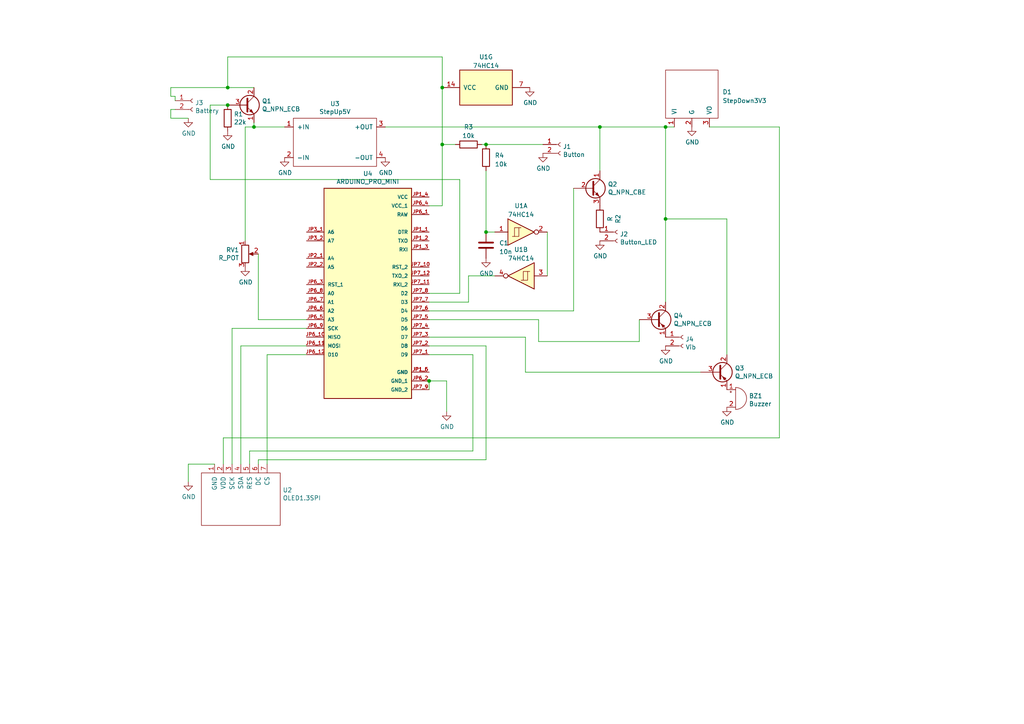
<source format=kicad_sch>
(kicad_sch (version 20230121) (generator eeschema)
  (paper "A4")
  (lib_symbols
    (symbol "74xx:74HC14" (pin_names (offset 1.016))
      (property "Reference" "U" (at 0 1.27 0))
      (property "Value" "74HC14" (at 0 -1.27 0))
      (symbol "74HC14_1_0"
        (polyline (pts (xy -3.81 3.81) (xy -3.81 -3.81) (xy 3.81 0) (xy -3.81 3.81)) (stroke (width 0.254)) (fill (type background)))
        (pin input line (at -7.62 0 0) (length 3.81) (name "~") (number "1"))
        (pin output inverted (at 7.62 0 180) (length 3.81) (name "~") (number "2"))
      )
      (symbol "74HC14_1_1"
        (polyline (pts (xy -1.905 -1.27) (xy -1.905 1.27) (xy -0.635 1.27)))
        (polyline (pts (xy -2.54 -1.27) (xy -0.635 -1.27) (xy -0.635 1.27) (xy 0 1.27)))
      )
      (symbol "74HC14_2_0"
        (polyline (pts (xy -3.81 3.81) (xy -3.81 -3.81) (xy 3.81 0) (xy -3.81 3.81)) (stroke (width 0.254)) (fill (type background)))
        (pin input line (at -7.62 0 0) (length 3.81) (name "~") (number "3"))
        (pin output inverted (at 7.62 0 180) (length 3.81) (name "~") (number "4"))
      )
      (symbol "74HC14_2_1"
        (polyline (pts (xy -1.905 -1.27) (xy -1.905 1.27) (xy -0.635 1.27)))
        (polyline (pts (xy -2.54 -1.27) (xy -0.635 -1.27) (xy -0.635 1.27) (xy 0 1.27)))
      )
      (symbol "74HC14_3_0"
        (polyline (pts (xy -3.81 3.81) (xy -3.81 -3.81) (xy 3.81 0) (xy -3.81 3.81)) (stroke (width 0.254)) (fill (type background)))
        (pin input line (at -7.62 0 0) (length 3.81) (name "~") (number "5"))
        (pin output inverted (at 7.62 0 180) (length 3.81) (name "~") (number "6"))
      )
      (symbol "74HC14_3_1"
        (polyline (pts (xy -1.905 -1.27) (xy -1.905 1.27) (xy -0.635 1.27)))
        (polyline (pts (xy -2.54 -1.27) (xy -0.635 -1.27) (xy -0.635 1.27) (xy 0 1.27)))
      )
      (symbol "74HC14_4_0"
        (polyline (pts (xy -3.81 3.81) (xy -3.81 -3.81) (xy 3.81 0) (xy -3.81 3.81)) (stroke (width 0.254)) (fill (type background)))
        (pin output inverted (at 7.62 0 180) (length 3.81) (name "~") (number "8"))
        (pin input line (at -7.62 0 0) (length 3.81) (name "~") (number "9"))
      )
      (symbol "74HC14_4_1"
        (polyline (pts (xy -1.905 -1.27) (xy -1.905 1.27) (xy -0.635 1.27)))
        (polyline (pts (xy -2.54 -1.27) (xy -0.635 -1.27) (xy -0.635 1.27) (xy 0 1.27)))
      )
      (symbol "74HC14_5_0"
        (polyline (pts (xy -3.81 3.81) (xy -3.81 -3.81) (xy 3.81 0) (xy -3.81 3.81)) (stroke (width 0.254)) (fill (type background)))
        (pin output inverted (at 7.62 0 180) (length 3.81) (name "~") (number "10"))
        (pin input line (at -7.62 0 0) (length 3.81) (name "~") (number "11"))
      )
      (symbol "74HC14_5_1"
        (polyline (pts (xy -1.905 -1.27) (xy -1.905 1.27) (xy -0.635 1.27)))
        (polyline (pts (xy -2.54 -1.27) (xy -0.635 -1.27) (xy -0.635 1.27) (xy 0 1.27)))
      )
      (symbol "74HC14_6_0"
        (polyline (pts (xy -3.81 3.81) (xy -3.81 -3.81) (xy 3.81 0) (xy -3.81 3.81)) (stroke (width 0.254)) (fill (type background)))
        (pin output inverted (at 7.62 0 180) (length 3.81) (name "~") (number "12"))
        (pin input line (at -7.62 0 0) (length 3.81) (name "~") (number "13"))
      )
      (symbol "74HC14_6_1"
        (polyline (pts (xy -1.905 -1.27) (xy -1.905 1.27) (xy -0.635 1.27)))
        (polyline (pts (xy -2.54 -1.27) (xy -0.635 -1.27) (xy -0.635 1.27) (xy 0 1.27)))
      )
      (symbol "74HC14_7_0"
        (pin power_in line (at 0 12.7 270) (length 5.08) (name "VCC") (number "14"))
        (pin power_in line (at 0 -12.7 90) (length 5.08) (name "GND") (number "7"))
      )
      (symbol "74HC14_7_1"
        (rectangle (start -5.08 7.62) (end 5.08 -7.62) (stroke (width 0.254)) (fill (type background)))
      )
    )
    (symbol "Connector:Conn_01x02_Socket" (pin_names (offset 1.016) hide)
      (property "Reference" "J" (at 0 2.54 0))
      (property "Value" "Conn_01x02_Socket" (at 0 -5.08 0))
      (symbol "Conn_01x02_Socket_1_1"
        (arc (start 0 -2.032) (mid -0.5058 -2.54) (end 0 -3.048) (stroke (width 0.1524)))
        (polyline (pts (xy -1.27 -2.54) (xy -0.508 -2.54)) (stroke (width 0.1524)))
        (polyline (pts (xy -1.27 0) (xy -0.508 0)) (stroke (width 0.1524)))
        (arc (start 0 0.508) (mid -0.5058 0) (end 0 -0.508) (stroke (width 0.1524)))
        (pin passive line (at -5.08 0 0) (length 3.81) (name "Pin_1") (number "1"))
        (pin passive line (at -5.08 -2.54 0) (length 3.81) (name "Pin_2") (number "2"))
      )
    )
    (symbol "Device:Buzzer" (pin_names (offset 0.0254) hide)
      (property "Reference" "BZ" (at 3.81 1.27 0))
      (property "Value" "Buzzer" (at 3.81 -1.27 0))
      (symbol "Buzzer_0_1"
        (arc (start 0 -3.175) (mid 3.1612 0) (end 0 3.175))
        (polyline (pts (xy -1.651 1.905) (xy -1.143 1.905)))
        (polyline (pts (xy -1.397 2.159) (xy -1.397 1.651)))
        (polyline (pts (xy 0 3.175) (xy 0 -3.175)))
      )
      (symbol "Buzzer_1_1"
        (pin passive line (at -2.54 2.54 0) (length 2.54) (name "-") (number "1"))
        (pin passive line (at -2.54 -2.54 0) (length 2.54) (name "+") (number "2"))
      )
    )
    (symbol "Device:C" (pin_numbers hide) (pin_names (offset 0.254))
      (property "Reference" "C" (at 0.635 2.54 0))
      (property "Value" "C" (at 0.635 -2.54 0))
      (symbol "C_0_1"
        (polyline (pts (xy -2.032 -0.762) (xy 2.032 -0.762)) (stroke (width 0.508)))
        (polyline (pts (xy -2.032 0.762) (xy 2.032 0.762)) (stroke (width 0.508)))
      )
      (symbol "C_1_1"
        (pin passive line (at 0 3.81 270) (length 2.794) (name "~") (number "1"))
        (pin passive line (at 0 -3.81 90) (length 2.794) (name "~") (number "2"))
      )
    )
    (symbol "Device:Q_NPN_CBE" (pin_names (offset 0) hide)
      (property "Reference" "Q" (at 5.08 1.27 0))
      (property "Value" "Q_NPN_CBE" (at 5.08 -1.27 0))
      (symbol "Q_NPN_CBE_0_1"
        (polyline (pts (xy 0.635 0.635) (xy 2.54 2.54)))
        (polyline (pts (xy 0.635 -0.635) (xy 2.54 -2.54) (xy 2.54 -2.54)))
        (polyline (pts (xy 0.635 1.905) (xy 0.635 -1.905) (xy 0.635 -1.905)) (stroke (width 0.508)))
        (polyline (pts (xy 1.27 -1.778) (xy 1.778 -1.27) (xy 2.286 -2.286) (xy 1.27 -1.778) (xy 1.27 -1.778)) (fill (type outline)))
        (circle (center 1.27 0) (radius 2.8194) (stroke (width 0.254)))
      )
      (symbol "Q_NPN_CBE_1_1"
        (pin passive line (at 2.54 5.08 270) (length 2.54) (name "C") (number "1"))
        (pin input line (at -5.08 0 0) (length 5.715) (name "B") (number "2"))
        (pin passive line (at 2.54 -5.08 90) (length 2.54) (name "E") (number "3"))
      )
    )
    (symbol "Device:Q_NPN_ECB" (pin_names (offset 0) hide)
      (property "Reference" "Q" (at 5.08 1.27 0))
      (property "Value" "Q_NPN_ECB" (at 5.08 -1.27 0))
      (symbol "Q_NPN_ECB_0_1"
        (polyline (pts (xy 0.635 0.635) (xy 2.54 2.54)))
        (polyline (pts (xy 0.635 -0.635) (xy 2.54 -2.54) (xy 2.54 -2.54)))
        (polyline (pts (xy 0.635 1.905) (xy 0.635 -1.905) (xy 0.635 -1.905)) (stroke (width 0.508)))
        (polyline (pts (xy 1.27 -1.778) (xy 1.778 -1.27) (xy 2.286 -2.286) (xy 1.27 -1.778) (xy 1.27 -1.778)) (fill (type outline)))
        (circle (center 1.27 0) (radius 2.8194) (stroke (width 0.254)))
      )
      (symbol "Q_NPN_ECB_1_1"
        (pin passive line (at 2.54 -5.08 90) (length 2.54) (name "E") (number "1"))
        (pin passive line (at 2.54 5.08 270) (length 2.54) (name "C") (number "2"))
        (pin passive line (at -5.08 0 0) (length 5.715) (name "B") (number "3"))
      )
    )
    (symbol "Device:Q_PNP_ECB" (pin_names (offset 0) hide)
      (property "Reference" "Q" (at 5.08 1.27 0))
      (property "Value" "Q_PNP_ECB" (at 5.08 -1.27 0))
      (symbol "Q_PNP_ECB_0_1"
        (polyline (pts (xy 0.635 0.635) (xy 2.54 2.54)))
        (polyline (pts (xy 0.635 -0.635) (xy 2.54 -2.54) (xy 2.54 -2.54)))
        (polyline (pts (xy 0.635 1.905) (xy 0.635 -1.905) (xy 0.635 -1.905)) (stroke (width 0.508)))
        (polyline (pts (xy 2.286 -1.778) (xy 1.778 -2.286) (xy 1.27 -1.27) (xy 2.286 -1.778) (xy 2.286 -1.778)) (fill (type outline)))
        (circle (center 1.27 0) (radius 2.8194) (stroke (width 0.254)))
      )
      (symbol "Q_PNP_ECB_1_1"
        (pin passive line (at 2.54 -5.08 90) (length 2.54) (name "E") (number "1"))
        (pin passive line (at 2.54 5.08 270) (length 2.54) (name "C") (number "2"))
        (pin input line (at -5.08 0 0) (length 5.715) (name "B") (number "3"))
      )
    )
    (symbol "Device:R" (pin_numbers hide) (pin_names (offset 0))
      (property "Reference" "R" (at 2.032 0 90))
      (property "Value" "R" (at 0 0 90))
      (symbol "R_0_1"
        (rectangle (start -1.016 -2.54) (end 1.016 2.54) (stroke (width 0.254)))
      )
      (symbol "R_1_1"
        (pin passive line (at 0 3.81 270) (length 1.27) (name "~") (number "1"))
        (pin passive line (at 0 -3.81 90) (length 1.27) (name "~") (number "2"))
      )
    )
    (symbol "Device:R_Potentiometer" (pin_names (offset 1.016) hide)
      (property "Reference" "RV" (at -4.445 0 90))
      (property "Value" "R_Potentiometer" (at -2.54 0 90))
      (symbol "R_Potentiometer_0_1"
        (polyline (pts (xy 2.54 0) (xy 1.524 0)))
        (polyline (pts (xy 1.143 0) (xy 2.286 0.508) (xy 2.286 -0.508) (xy 1.143 0)) (fill (type outline)))
        (rectangle (start 1.016 2.54) (end -1.016 -2.54) (stroke (width 0.254)))
      )
      (symbol "R_Potentiometer_1_1"
        (pin passive line (at 0 3.81 270) (length 1.27) (name "1") (number "1"))
        (pin passive line (at 3.81 0 180) (length 1.27) (name "2") (number "2"))
        (pin passive line (at 0 -3.81 90) (length 1.27) (name "3") (number "3"))
      )
    )
    (symbol "MY:OLED1.3SPI" (pin_names (offset 1.016))
      (property "Reference" "U" (at -3.81 0 0))
      (property "Value" "OLED1.3SPI" (at -3.81 3.81 0))
      (symbol "OLED1.3SPI_0_1"
        (rectangle (start -15.24 12.7) (end 7.62 -2.54))
      )
      (symbol "OLED1.3SPI_1_1"
        (pin passive line (at -11.43 15.24 270) (length 2.54) (name "GND") (number "1"))
        (pin power_in line (at -8.89 15.24 270) (length 2.54) (name "VDD") (number "2"))
        (pin input line (at -6.35 15.24 270) (length 2.54) (name "SCK") (number "3"))
        (pin input line (at -3.81 15.24 270) (length 2.54) (name "SDA") (number "4"))
        (pin input line (at -1.27 15.24 270) (length 2.54) (name "RES") (number "5"))
        (pin input line (at 1.27 15.24 270) (length 2.54) (name "DC") (number "6"))
        (pin input line (at 3.81 15.24 270) (length 2.54) (name "CS") (number "7"))
      )
    )
    (symbol "MY:StepDown3V3" (pin_names (offset 1.016))
      (property "Reference" "D" (at 0 0 0))
      (property "Value" "StepDown3V3" (at 0 -2.54 0))
      (symbol "StepDown3V3_0_1"
        (rectangle (start -7.62 3.81) (end 7.62 -10.16))
      )
      (symbol "StepDown3V3_1_1"
        (pin power_in line (at -5.08 -12.7 90) (length 2.54) (name "VI") (number "1"))
        (pin passive line (at 0 -12.7 90) (length 2.54) (name "G") (number "2"))
        (pin power_out line (at 5.08 -12.7 90) (length 2.54) (name "VO") (number "3"))
      )
    )
    (symbol "MY:StepUp5V" (pin_names (offset 1.016))
      (property "Reference" "U" (at 0 0 0))
      (property "Value" "StepUp5V" (at 0 2.54 0))
      (symbol "StepUp5V_0_1"
        (rectangle (start -11.43 7.62) (end 12.7 -6.35))
      )
      (symbol "StepUp5V_1_1"
        (pin power_in line (at -13.97 5.08 0) (length 2.54) (name "+IN") (number "1"))
        (pin power_in line (at -13.97 -3.81 0) (length 2.54) (name "-IN") (number "2"))
        (pin power_out line (at 15.24 5.08 180) (length 2.54) (name "+OUT") (number "3"))
        (pin power_out line (at 15.24 -3.81 180) (length 2.54) (name "-OUT") (number "4"))
      )
    )
    (symbol "OLEDBomb-rescue:ARDUINO_PRO_MINI-ARDUINO_PRO_MINI" (pin_names (offset 1.016))
      (property "Reference" "U" (at -12.7 31.75 0))
      (property "Value" "ARDUINO_PRO_MINI-ARDUINO_PRO_MINI" (at -12.7 -33.02 0))
      (symbol "ARDUINO_PRO_MINI-ARDUINO_PRO_MINI_0_0"
        (rectangle (start -12.7 -30.48) (end 12.7 30.48) (stroke (width 0.254)) (fill (type background)))
        (pin input line (at 17.78 17.78 180) (length 5.08) (name "DTR") (number "JP1_1"))
        (pin bidirectional line (at 17.78 15.24 180) (length 5.08) (name "TXO") (number "JP1_2"))
        (pin bidirectional line (at 17.78 12.7 180) (length 5.08) (name "RXI") (number "JP1_3"))
        (pin power_in line (at 17.78 27.94 180) (length 5.08) (name "VCC") (number "JP1_4"))
        (pin power_in line (at 17.78 -22.86 180) (length 5.08) (name "GND") (number "JP1_5"))
        (pin power_in line (at 17.78 -22.86 180) (length 5.08) (name "GND") (number "JP1_6"))
        (pin bidirectional line (at -17.78 10.16 0) (length 5.08) (name "A4") (number "JP2_1"))
        (pin bidirectional line (at -17.78 7.62 0) (length 5.08) (name "A5") (number "JP2_2"))
        (pin input line (at -17.78 17.78 0) (length 5.08) (name "A6") (number "JP3_1"))
        (pin input line (at -17.78 15.24 0) (length 5.08) (name "A7") (number "JP3_2"))
        (pin power_in line (at 17.78 22.86 180) (length 5.08) (name "RAW") (number "JP6_1"))
        (pin bidirectional line (at -17.78 -12.7 0) (length 5.08) (name "MISO") (number "JP6_10"))
        (pin bidirectional line (at -17.78 -15.24 0) (length 5.08) (name "MOSI") (number "JP6_11"))
        (pin bidirectional line (at -17.78 -17.78 0) (length 5.08) (name "D10") (number "JP6_12"))
        (pin power_in line (at 17.78 -25.4 180) (length 5.08) (name "GND_1") (number "JP6_2"))
        (pin input line (at -17.78 2.54 0) (length 5.08) (name "RST_1") (number "JP6_3"))
        (pin power_in line (at 17.78 25.4 180) (length 5.08) (name "VCC_1") (number "JP6_4"))
        (pin bidirectional line (at -17.78 -7.62 0) (length 5.08) (name "A3") (number "JP6_5"))
        (pin bidirectional line (at -17.78 -5.08 0) (length 5.08) (name "A2") (number "JP6_6"))
        (pin bidirectional line (at -17.78 -2.54 0) (length 5.08) (name "A1") (number "JP6_7"))
        (pin bidirectional line (at -17.78 0 0) (length 5.08) (name "A0") (number "JP6_8"))
        (pin bidirectional line (at -17.78 -10.16 0) (length 5.08) (name "SCK") (number "JP6_9"))
        (pin bidirectional line (at 17.78 -17.78 180) (length 5.08) (name "D9") (number "JP7_1"))
        (pin input line (at 17.78 7.62 180) (length 5.08) (name "RST_2") (number "JP7_10"))
        (pin bidirectional line (at 17.78 2.54 180) (length 5.08) (name "RXI_2") (number "JP7_11"))
        (pin bidirectional line (at 17.78 5.08 180) (length 5.08) (name "TXO_2") (number "JP7_12"))
        (pin bidirectional line (at 17.78 -15.24 180) (length 5.08) (name "D8") (number "JP7_2"))
        (pin bidirectional line (at 17.78 -12.7 180) (length 5.08) (name "D7") (number "JP7_3"))
        (pin bidirectional line (at 17.78 -10.16 180) (length 5.08) (name "D6") (number "JP7_4"))
        (pin bidirectional line (at 17.78 -7.62 180) (length 5.08) (name "D5") (number "JP7_5"))
        (pin bidirectional line (at 17.78 -5.08 180) (length 5.08) (name "D4") (number "JP7_6"))
        (pin bidirectional line (at 17.78 -2.54 180) (length 5.08) (name "D3") (number "JP7_7"))
        (pin bidirectional line (at 17.78 0 180) (length 5.08) (name "D2") (number "JP7_8"))
        (pin power_in line (at 17.78 -27.94 180) (length 5.08) (name "GND_2") (number "JP7_9"))
      )
    )
    (symbol "power:GND" (power) (pin_names (offset 0))
      (property "Value" "GND" (at 0 -3.81 0))
      (symbol "GND_0_1"
        (polyline (pts (xy 0 0) (xy 0 -1.27) (xy 1.27 -1.27) (xy 0 -2.54) (xy -1.27 -1.27) (xy 0 -1.27)))
      )
      (symbol "GND_1_1"
        (pin power_in line (at 0 0 270) (length 0) hide (name "GND") (number "1"))
      )
    )
  )
  (junction (at 128.27 25.4))
  (junction (at 66.04 30.48))
  (junction (at 140.97 41.91))
  (junction (at 66.04 25.4))
  (junction (at 173.99 36.83))
  (junction (at 124.46 110.49))
  (junction (at 73.66 36.83))
  (junction (at 193.04 63.5))
  (junction (at 128.27 41.91))
  (junction (at 193.04 36.83))
  (junction (at 140.97 67.31))
  (wire (pts (xy 124.46 100.33) (xy 140.97 100.33)))
  (wire (pts (xy 69.85 100.33) (xy 69.85 134.62)))
  (wire (pts (xy 54.61 134.62) (xy 62.23 134.62)))
  (wire (pts (xy 135.89 80.01) (xy 135.89 87.63)))
  (wire (pts (xy 54.61 139.7) (xy 54.61 134.62)))
  (wire (pts (xy 193.04 63.5) (xy 193.04 36.83)))
  (wire (pts (xy 128.27 59.69) (xy 124.46 59.69)))
  (wire (pts (xy 71.12 36.83) (xy 73.66 36.83)))
  (wire (pts (xy 50.8 27.94) (xy 50.8 29.21)))
  (wire (pts (xy 66.04 25.4) (xy 73.66 25.4)))
  (wire (pts (xy 111.76 36.83) (xy 173.99 36.83)))
  (wire (pts (xy 74.93 133.35) (xy 140.97 133.35)))
  (wire (pts (xy 74.93 92.71) (xy 88.9 92.71)))
  (wire (pts (xy 49.53 31.75) (xy 50.8 31.75)))
  (wire (pts (xy 77.47 102.87) (xy 77.47 134.62)))
  (wire (pts (xy 173.99 36.83) (xy 173.99 49.53)))
  (wire (pts (xy 210.82 102.87) (xy 210.82 63.5)))
  (wire (pts (xy 66.04 16.51) (xy 128.27 16.51)))
  (wire (pts (xy 140.97 67.31) (xy 143.51 67.31)))
  (wire (pts (xy 210.82 63.5) (xy 193.04 63.5)))
  (wire (pts (xy 71.12 69.85) (xy 71.12 36.83)))
  (wire (pts (xy 133.35 52.07) (xy 133.35 85.09)))
  (wire (pts (xy 54.61 34.29) (xy 49.53 34.29)))
  (wire (pts (xy 135.89 80.01) (xy 143.51 80.01)))
  (wire (pts (xy 60.96 30.48) (xy 60.96 52.07)))
  (wire (pts (xy 158.75 67.31) (xy 158.75 80.01)))
  (wire (pts (xy 124.46 92.71) (xy 156.21 92.71)))
  (wire (pts (xy 152.4 97.79) (xy 124.46 97.79)))
  (wire (pts (xy 128.27 16.51) (xy 128.27 25.4)))
  (wire (pts (xy 124.46 90.17) (xy 166.37 90.17)))
  (wire (pts (xy 72.39 134.62) (xy 72.39 130.81)))
  (wire (pts (xy 205.74 36.83) (xy 226.06 36.83)))
  (wire (pts (xy 152.4 107.95) (xy 203.2 107.95)))
  (wire (pts (xy 156.21 99.06) (xy 185.42 99.06)))
  (wire (pts (xy 173.99 36.83) (xy 193.04 36.83)))
  (wire (pts (xy 166.37 90.17) (xy 166.37 54.61)))
  (wire (pts (xy 226.06 36.83) (xy 226.06 127)))
  (wire (pts (xy 124.46 87.63) (xy 135.89 87.63)))
  (wire (pts (xy 67.31 95.25) (xy 88.9 95.25)))
  (wire (pts (xy 140.97 133.35) (xy 140.97 100.33)))
  (wire (pts (xy 74.93 134.62) (xy 74.93 133.35)))
  (wire (pts (xy 152.4 97.79) (xy 152.4 107.95)))
  (wire (pts (xy 72.39 130.81) (xy 137.16 130.81)))
  (wire (pts (xy 64.77 127) (xy 226.06 127)))
  (wire (pts (xy 67.31 95.25) (xy 67.31 134.62)))
  (wire (pts (xy 60.96 52.07) (xy 133.35 52.07)))
  (wire (pts (xy 156.21 92.71) (xy 156.21 99.06)))
  (wire (pts (xy 133.35 85.09) (xy 124.46 85.09)))
  (wire (pts (xy 77.47 102.87) (xy 88.9 102.87)))
  (wire (pts (xy 66.04 25.4) (xy 66.04 16.51)))
  (wire (pts (xy 139.7 41.91) (xy 140.97 41.91)))
  (wire (pts (xy 193.04 87.63) (xy 193.04 63.5)))
  (wire (pts (xy 128.27 25.4) (xy 128.27 41.91)))
  (wire (pts (xy 49.53 31.75) (xy 49.53 34.29)))
  (wire (pts (xy 128.27 41.91) (xy 128.27 59.69)))
  (wire (pts (xy 73.66 36.83) (xy 82.55 36.83)))
  (wire (pts (xy 137.16 102.87) (xy 124.46 102.87)))
  (wire (pts (xy 49.53 25.4) (xy 66.04 25.4)))
  (wire (pts (xy 74.93 73.66) (xy 74.93 92.71)))
  (wire (pts (xy 193.04 36.83) (xy 195.58 36.83)))
  (wire (pts (xy 129.54 110.49) (xy 129.54 119.38)))
  (wire (pts (xy 73.66 35.56) (xy 73.66 36.83)))
  (wire (pts (xy 137.16 130.81) (xy 137.16 102.87)))
  (wire (pts (xy 128.27 41.91) (xy 132.08 41.91)))
  (wire (pts (xy 69.85 100.33) (xy 88.9 100.33)))
  (wire (pts (xy 124.46 110.49) (xy 129.54 110.49)))
  (wire (pts (xy 124.46 110.49) (xy 124.46 113.03)))
  (wire (pts (xy 140.97 49.53) (xy 140.97 67.31)))
  (wire (pts (xy 185.42 92.71) (xy 185.42 99.06)))
  (wire (pts (xy 140.97 41.91) (xy 157.48 41.91)))
  (wire (pts (xy 60.96 30.48) (xy 66.04 30.48)))
  (wire (pts (xy 49.53 27.94) (xy 50.8 27.94)))
  (wire (pts (xy 49.53 25.4) (xy 49.53 27.94)))
  (wire (pts (xy 64.77 134.62) (xy 64.77 127)))
  (symbol (lib_id "OLEDBomb-rescue:ARDUINO_PRO_MINI-ARDUINO_PRO_MINI") (at 106.68 85.09 0) (unit 1)
    (property "Reference" "U4" (at 106.68 50.3682 0))
    (property "Value" "ARDUINO_PRO_MINI" (at 106.68 52.6796 0))
    (property "Footprint" "MY:MODULE_ARDUINO_PRO_MINI_NO_PROG_PING" (effects hide))
    (property "STANDARD" "Manufacturer Recommendations" (effects hide))
    (property "MAXIMUM_PACKAGE_HEIGHT" "N/A" (effects hide))
    (property "PARTREV" "N/A" (effects hide))
    (property "MANUFACTURER" "SparkFun Electronics" (effects hide))
  )
  (symbol (lib_id "MY:OLED1.3SPI") (at 73.66 149.86 0) (unit 1)
    (property "Reference" "U2" (at 81.9912 142.1384 0) (effects (justify left)))
    (property "Value" "OLED1.3SPI" (at 81.9912 144.4498 0) (effects (justify left)))
    (property "Footprint" "Connector_PinHeader_2.54mm:PinHeader_1x07_P2.54mm_Vertical" (effects hide))
  )
  (symbol (lib_id "power:GND") (at 129.54 119.38 0) (unit 1)
    (property "Reference" "#PWR06" (effects hide))
    (property "Value" "GND" (at 129.667 123.7742 0))
  )
  (symbol (lib_id "power:GND") (at 54.61 139.7 0) (unit 1)
    (property "Reference" "#PWR02" (effects hide))
    (property "Value" "GND" (at 54.737 144.0942 0))
  )
  (symbol (lib_id "Connector:Conn_01x02_Socket") (at 162.56 41.91 0) (unit 1)
    (property "Reference" "J1" (at 163.2712 42.5196 0) (effects (justify left)))
    (property "Value" "Button" (at 163.2712 44.831 0) (effects (justify left)))
    (property "Footprint" "TestPoint:TestPoint_2Pads_Pitch2.54mm_Drill0.8mm" (effects hide))
  )
  (symbol (lib_id "power:GND") (at 157.48 44.45 0) (unit 1)
    (property "Reference" "#PWR07" (effects hide))
    (property "Value" "GND" (at 157.607 48.8442 0))
  )
  (symbol (lib_id "MY:StepUp5V") (at 96.52 41.91 0) (unit 1)
    (property "Reference" "U3" (at 97.155 30.099 0))
    (property "Value" "StepUp5V" (at 97.155 32.4104 0))
    (property "Footprint" "MY:StepUp5V" (effects hide))
  )
  (symbol (lib_id "power:GND") (at 54.61 34.29 0) (unit 1)
    (property "Reference" "#PWR01" (effects hide))
    (property "Value" "GND" (at 54.737 38.6842 0))
  )
  (symbol (lib_id "Device:Q_NPN_ECB") (at 71.12 30.48 0) (unit 1)
    (property "Reference" "Q1" (at 75.9714 29.3116 0) (effects (justify left)))
    (property "Value" "Q_NPN_ECB" (at 75.9714 31.623 0) (effects (justify left)))
    (property "Footprint" "Package_TO_SOT_THT:TO-220F-3_Vertical" (effects hide))
  )
  (symbol (lib_id "Device:R") (at 66.04 34.29 0) (unit 1)
    (property "Reference" "R1" (at 67.818 33.1216 0) (effects (justify left)))
    (property "Value" "22k" (at 67.818 35.433 0) (effects (justify left)))
    (property "Footprint" "Resistor_SMD:R_0805_2012Metric_Pad1.20x1.40mm_HandSolder" (effects hide))
  )
  (symbol (lib_id "power:GND") (at 66.04 38.1 0) (unit 1)
    (property "Reference" "#PWR03" (effects hide))
    (property "Value" "GND" (at 66.167 42.4942 0))
  )
  (symbol (lib_id "Device:Buzzer") (at 213.36 115.57 0) (unit 1)
    (property "Reference" "BZ1" (at 217.2208 114.8334 0) (effects (justify left)))
    (property "Value" "Buzzer" (at 217.2208 117.1448 0) (effects (justify left)))
    (property "Footprint" "TestPoint:TestPoint_2Pads_Pitch2.54mm_Drill0.8mm" (effects hide))
  )
  (symbol (lib_id "power:GND") (at 210.82 118.11 0) (unit 1)
    (property "Reference" "#PWR09" (effects hide))
    (property "Value" "GND" (at 210.947 122.5042 0))
  )
  (symbol (lib_id "power:GND") (at 82.55 45.72 0) (unit 1)
    (property "Reference" "#PWR04" (effects hide))
    (property "Value" "GND" (at 82.677 50.1142 0))
  )
  (symbol (lib_id "Device:R") (at 173.99 63.5 180) (unit 1)
    (property "Reference" "R2" (at 179.2478 63.5 90))
    (property "Value" "R" (at 176.9364 63.5 90))
    (property "Footprint" "Resistor_THT:R_Axial_DIN0207_L6.3mm_D2.5mm_P10.16mm_Horizontal" (effects hide))
  )
  (symbol (lib_id "Connector:Conn_01x02_Socket") (at 179.07 67.31 0) (unit 1)
    (property "Reference" "J2" (at 179.7812 67.9196 0) (effects (justify left)))
    (property "Value" "Button_LED" (at 179.7812 70.231 0) (effects (justify left)))
    (property "Footprint" "TestPoint:TestPoint_2Pads_Pitch2.54mm_Drill0.8mm" (effects hide))
  )
  (symbol (lib_id "power:GND") (at 173.99 69.85 0) (unit 1)
    (property "Reference" "#PWR08" (effects hide))
    (property "Value" "GND" (at 174.117 74.2442 0))
  )
  (symbol (lib_id "Device:Q_PNP_ECB") (at 208.28 107.95 0) (unit 1)
    (property "Reference" "Q3" (at 213.1314 106.7816 0) (effects (justify left)))
    (property "Value" "Q_NPN_ECB" (at 213.1314 109.093 0) (effects (justify left)))
    (property "Footprint" "Package_TO_SOT_THT:TO-220-3_Vertical" (effects hide))
  )
  (symbol (lib_id "power:GND") (at 111.76 45.72 0) (unit 1)
    (property "Reference" "#PWR05" (effects hide))
    (property "Value" "GND" (at 111.887 50.1142 0))
  )
  (symbol (lib_id "Device:Q_NPN_CBE") (at 171.45 54.61 0) (unit 1)
    (property "Reference" "Q2" (at 176.3014 53.4416 0) (effects (justify left)))
    (property "Value" "Q_NPN_CBE" (at 176.3014 55.753 0) (effects (justify left)))
    (property "Footprint" "Package_TO_SOT_THT:TO-92" (effects hide))
  )
  (symbol (lib_id "power:GND") (at 200.66 36.83 0) (unit 1)
    (property "Reference" "#PWR010" (effects hide))
    (property "Value" "GND" (at 200.787 41.2242 0))
  )
  (symbol (lib_id "Device:R_Potentiometer") (at 71.12 73.66 0) (unit 1)
    (property "Reference" "RV1" (at 69.3674 72.4916 0) (effects (justify right)))
    (property "Value" "R_POT" (at 69.3674 74.803 0) (effects (justify right)))
    (property "Footprint" "Potentiometer_THT:Potentiometer_Bourns_3386C_Horizontal" (effects hide))
  )
  (symbol (lib_id "power:GND") (at 71.12 77.47 0) (unit 1)
    (property "Reference" "#PWR0101" (effects hide))
    (property "Value" "GND" (at 71.247 81.8642 0))
  )
  (symbol (lib_id "Connector:Conn_01x02_Socket") (at 55.88 29.21 0) (unit 1)
    (property "Reference" "J3" (at 56.5912 29.8196 0) (effects (justify left)))
    (property "Value" "Battery" (at 56.5912 32.131 0) (effects (justify left)))
    (property "Footprint" "TestPoint:TestPoint_2Pads_Pitch5.08mm_Drill1.3mm" (effects hide))
  )
  (symbol (lib_id "74xx:74HC14") (at 140.97 25.4 90) (unit 7)
    (property "Reference" "U1" (at 140.97 16.51 90))
    (property "Value" "74HC14" (at 140.97 19.05 90))
    (property "Datasheet" "http://www.ti.com/lit/gpn/sn74HC14" (effects hide))
  )
  (symbol (lib_id "power:GND") (at 153.67 25.4 0) (unit 1)
    (property "Reference" "#PWR013" (effects hide))
    (property "Value" "GND" (at 153.797 29.7942 0))
  )
  (symbol (lib_id "Device:C") (at 140.97 71.12 180) (unit 1)
    (property "Reference" "C1" (at 144.78 70.485 0) (effects (justify right)))
    (property "Value" "10n" (at 144.78 73.025 0) (effects (justify right)))
    (property "Footprint" "Capacitor_SMD:C_1206_3216Metric" (effects hide))
  )
  (symbol (lib_id "74xx:74HC14") (at 151.13 67.31 0) (unit 1)
    (property "Reference" "U1" (at 151.13 59.69 0))
    (property "Value" "74HC14" (at 151.13 62.23 0))
    (property "Footprint" "Package_SO:SOIC-14_3.9x8.7mm_P1.27mm" (effects hide))
    (property "Datasheet" "http://www.ti.com/lit/gpn/sn74HC14" (effects hide))
  )
  (symbol (lib_id "Device:R") (at 140.97 45.72 0) (unit 1)
    (property "Reference" "R4" (at 143.51 45.085 0) (effects (justify left)))
    (property "Value" "10k" (at 143.51 47.625 0) (effects (justify left)))
    (property "Footprint" "Resistor_SMD:R_0805_2012Metric_Pad1.20x1.40mm_HandSolder" (effects hide))
  )
  (symbol (lib_id "power:GND") (at 193.04 100.33 0) (unit 1)
    (property "Reference" "#PWR011" (effects hide))
    (property "Value" "GND" (at 193.167 104.7242 0))
  )
  (symbol (lib_id "74xx:74HC14") (at 151.13 80.01 180) (unit 2)
    (property "Reference" "U1" (at 151.13 72.39 0))
    (property "Value" "74HC14" (at 151.13 74.93 0))
    (property "Footprint" "Package_SO:SOIC-14_3.9x8.7mm_P1.27mm" (effects hide))
    (property "Datasheet" "http://www.ti.com/lit/gpn/sn74HC14" (effects hide))
  )
  (symbol (lib_id "Connector:Conn_01x02_Socket") (at 198.12 97.79 0) (unit 1)
    (property "Reference" "J4" (at 198.8312 98.3996 0) (effects (justify left)))
    (property "Value" "Vib" (at 198.8312 100.711 0) (effects (justify left)))
    (property "Footprint" "TestPoint:TestPoint_2Pads_Pitch2.54mm_Drill0.8mm" (effects hide))
  )
  (symbol (lib_id "Device:Q_PNP_ECB") (at 190.5 92.71 0) (unit 1)
    (property "Reference" "Q4" (at 195.3514 91.5416 0) (effects (justify left)))
    (property "Value" "Q_NPN_ECB" (at 195.3514 93.853 0) (effects (justify left)))
    (property "Footprint" "Package_TO_SOT_THT:TO-220-3_Vertical" (effects hide))
  )
  (symbol (lib_id "power:GND") (at 140.97 74.93 0) (unit 1)
    (property "Reference" "#PWR012" (effects hide))
    (property "Value" "GND" (at 141.097 79.3242 0))
  )
  (symbol (lib_id "Device:R") (at 135.89 41.91 270) (unit 1)
    (property "Reference" "R3" (at 135.89 36.83 90))
    (property "Value" "10k" (at 135.89 39.37 90))
    (property "Footprint" "Resistor_SMD:R_0805_2012Metric_Pad1.20x1.40mm_HandSolder" (effects hide))
  )
  (symbol (lib_id "MY:StepDown3V3") (at 200.66 24.13 0) (unit 1)
    (property "Reference" "D1" (at 209.55 26.67 0) (effects (justify left)))
    (property "Value" "StepDown3V3" (at 209.55 29.21 0) (effects (justify left)))
    (property "Footprint" "MY:StepDown3V3" (effects hide))
  )
)
</source>
